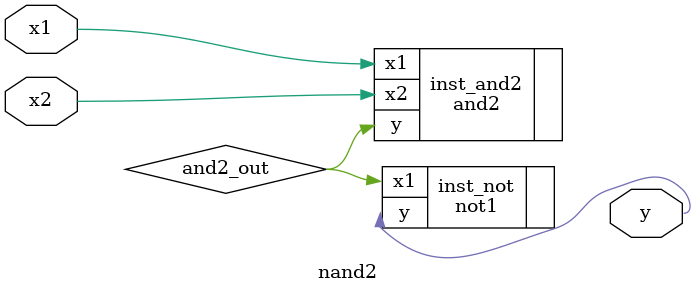
<source format=v>
`timescale 1ns / 1ps



module nand2(
    input x1,
    input x2,
    output y
    );
    
    wire and2_out;
    
    and2 inst_and2 (
        .x1(x1),
        .x2(x2),
        .y(and2_out)
    );
    
    not1 inst_not(
        .x1(and2_out),
        .y(y)
    );
    
endmodule

</source>
